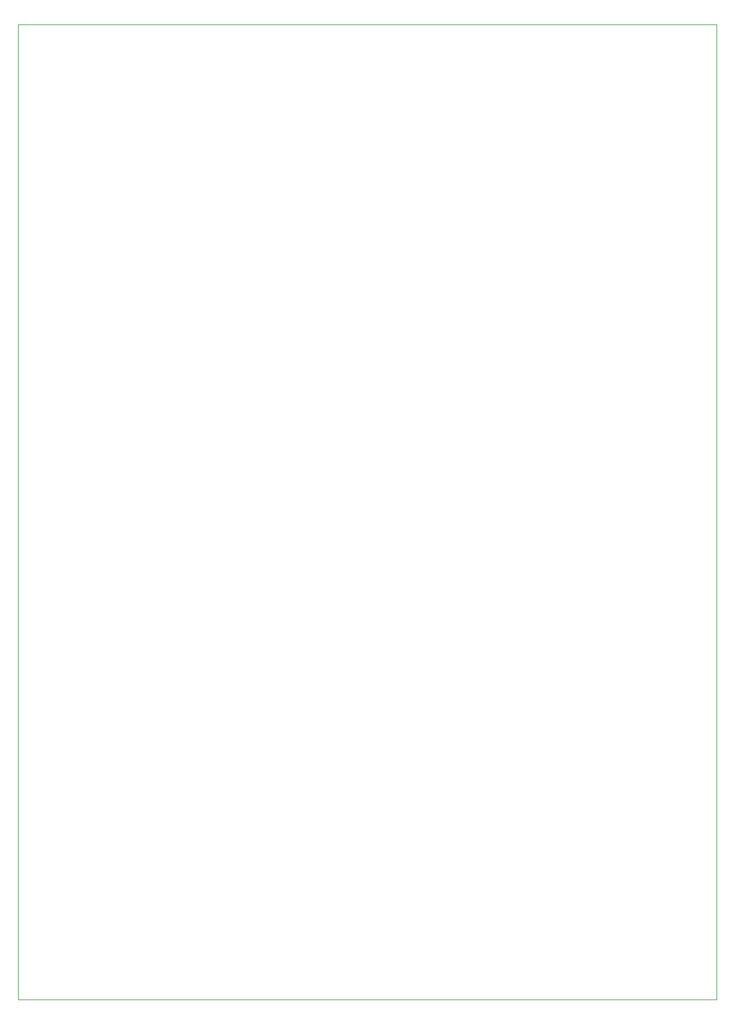
<source format=gm1>
G04 #@! TF.FileFunction,Profile,NP*
%FSLAX46Y46*%
G04 Gerber Fmt 4.6, Leading zero omitted, Abs format (unit mm)*
G04 Created by KiCad (PCBNEW 4.0.6) date Sunday, October 29, 2017 'AMt' 11:13:45 AM*
%MOMM*%
%LPD*%
G01*
G04 APERTURE LIST*
%ADD10C,0.100000*%
G04 APERTURE END LIST*
D10*
X158750000Y-169640000D02*
X158750000Y-169640000D01*
X57150000Y-169640000D02*
X158750000Y-169640000D01*
X158750000Y-27940000D02*
X57150000Y-27940000D01*
X57150000Y-169640000D02*
X57150000Y-27940000D01*
X158750000Y-27940000D02*
X158750000Y-169640000D01*
M02*

</source>
